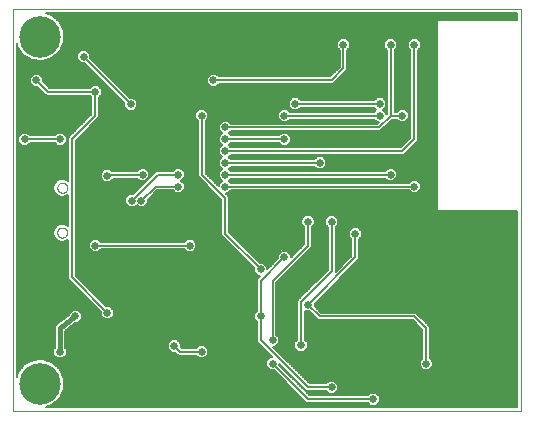
<source format=gbl>
G75*
%MOIN*%
%OFA0B0*%
%FSLAX25Y25*%
%IPPOS*%
%LPD*%
%AMOC8*
5,1,8,0,0,1.08239X$1,22.5*
%
%ADD10C,0.00000*%
%ADD11C,0.13843*%
%ADD12C,0.02578*%
%ADD13C,0.00800*%
%ADD14C,0.00600*%
%ADD15C,0.01600*%
D10*
X0001841Y0001300D02*
X0001841Y0135158D01*
X0171132Y0135158D01*
X0171132Y0001300D01*
X0001841Y0001300D01*
X0016703Y0060749D02*
X0016705Y0060830D01*
X0016711Y0060912D01*
X0016721Y0060993D01*
X0016735Y0061073D01*
X0016752Y0061152D01*
X0016774Y0061231D01*
X0016799Y0061308D01*
X0016828Y0061385D01*
X0016861Y0061459D01*
X0016898Y0061532D01*
X0016937Y0061603D01*
X0016981Y0061672D01*
X0017027Y0061739D01*
X0017077Y0061803D01*
X0017130Y0061865D01*
X0017186Y0061925D01*
X0017244Y0061981D01*
X0017306Y0062035D01*
X0017370Y0062086D01*
X0017436Y0062133D01*
X0017504Y0062177D01*
X0017575Y0062218D01*
X0017647Y0062255D01*
X0017722Y0062289D01*
X0017797Y0062319D01*
X0017875Y0062345D01*
X0017953Y0062368D01*
X0018032Y0062386D01*
X0018112Y0062401D01*
X0018193Y0062412D01*
X0018274Y0062419D01*
X0018356Y0062422D01*
X0018437Y0062421D01*
X0018518Y0062416D01*
X0018599Y0062407D01*
X0018680Y0062394D01*
X0018760Y0062377D01*
X0018838Y0062357D01*
X0018916Y0062332D01*
X0018993Y0062304D01*
X0019068Y0062272D01*
X0019141Y0062237D01*
X0019212Y0062198D01*
X0019282Y0062155D01*
X0019349Y0062110D01*
X0019415Y0062061D01*
X0019477Y0062009D01*
X0019537Y0061953D01*
X0019594Y0061895D01*
X0019649Y0061835D01*
X0019700Y0061771D01*
X0019748Y0061706D01*
X0019793Y0061638D01*
X0019835Y0061568D01*
X0019873Y0061496D01*
X0019908Y0061422D01*
X0019939Y0061347D01*
X0019966Y0061270D01*
X0019989Y0061192D01*
X0020009Y0061113D01*
X0020025Y0061033D01*
X0020037Y0060952D01*
X0020045Y0060871D01*
X0020049Y0060790D01*
X0020049Y0060708D01*
X0020045Y0060627D01*
X0020037Y0060546D01*
X0020025Y0060465D01*
X0020009Y0060385D01*
X0019989Y0060306D01*
X0019966Y0060228D01*
X0019939Y0060151D01*
X0019908Y0060076D01*
X0019873Y0060002D01*
X0019835Y0059930D01*
X0019793Y0059860D01*
X0019748Y0059792D01*
X0019700Y0059727D01*
X0019649Y0059663D01*
X0019594Y0059603D01*
X0019537Y0059545D01*
X0019477Y0059489D01*
X0019415Y0059437D01*
X0019349Y0059388D01*
X0019282Y0059343D01*
X0019213Y0059300D01*
X0019141Y0059261D01*
X0019068Y0059226D01*
X0018993Y0059194D01*
X0018916Y0059166D01*
X0018838Y0059141D01*
X0018760Y0059121D01*
X0018680Y0059104D01*
X0018599Y0059091D01*
X0018518Y0059082D01*
X0018437Y0059077D01*
X0018356Y0059076D01*
X0018274Y0059079D01*
X0018193Y0059086D01*
X0018112Y0059097D01*
X0018032Y0059112D01*
X0017953Y0059130D01*
X0017875Y0059153D01*
X0017797Y0059179D01*
X0017722Y0059209D01*
X0017647Y0059243D01*
X0017575Y0059280D01*
X0017504Y0059321D01*
X0017436Y0059365D01*
X0017370Y0059412D01*
X0017306Y0059463D01*
X0017244Y0059517D01*
X0017186Y0059573D01*
X0017130Y0059633D01*
X0017077Y0059695D01*
X0017027Y0059759D01*
X0016981Y0059826D01*
X0016937Y0059895D01*
X0016898Y0059966D01*
X0016861Y0060039D01*
X0016828Y0060113D01*
X0016799Y0060190D01*
X0016774Y0060267D01*
X0016752Y0060346D01*
X0016735Y0060425D01*
X0016721Y0060505D01*
X0016711Y0060586D01*
X0016705Y0060668D01*
X0016703Y0060749D01*
X0016703Y0075709D02*
X0016705Y0075790D01*
X0016711Y0075872D01*
X0016721Y0075953D01*
X0016735Y0076033D01*
X0016752Y0076112D01*
X0016774Y0076191D01*
X0016799Y0076268D01*
X0016828Y0076345D01*
X0016861Y0076419D01*
X0016898Y0076492D01*
X0016937Y0076563D01*
X0016981Y0076632D01*
X0017027Y0076699D01*
X0017077Y0076763D01*
X0017130Y0076825D01*
X0017186Y0076885D01*
X0017244Y0076941D01*
X0017306Y0076995D01*
X0017370Y0077046D01*
X0017436Y0077093D01*
X0017504Y0077137D01*
X0017575Y0077178D01*
X0017647Y0077215D01*
X0017722Y0077249D01*
X0017797Y0077279D01*
X0017875Y0077305D01*
X0017953Y0077328D01*
X0018032Y0077346D01*
X0018112Y0077361D01*
X0018193Y0077372D01*
X0018274Y0077379D01*
X0018356Y0077382D01*
X0018437Y0077381D01*
X0018518Y0077376D01*
X0018599Y0077367D01*
X0018680Y0077354D01*
X0018760Y0077337D01*
X0018838Y0077317D01*
X0018916Y0077292D01*
X0018993Y0077264D01*
X0019068Y0077232D01*
X0019141Y0077197D01*
X0019212Y0077158D01*
X0019282Y0077115D01*
X0019349Y0077070D01*
X0019415Y0077021D01*
X0019477Y0076969D01*
X0019537Y0076913D01*
X0019594Y0076855D01*
X0019649Y0076795D01*
X0019700Y0076731D01*
X0019748Y0076666D01*
X0019793Y0076598D01*
X0019835Y0076528D01*
X0019873Y0076456D01*
X0019908Y0076382D01*
X0019939Y0076307D01*
X0019966Y0076230D01*
X0019989Y0076152D01*
X0020009Y0076073D01*
X0020025Y0075993D01*
X0020037Y0075912D01*
X0020045Y0075831D01*
X0020049Y0075750D01*
X0020049Y0075668D01*
X0020045Y0075587D01*
X0020037Y0075506D01*
X0020025Y0075425D01*
X0020009Y0075345D01*
X0019989Y0075266D01*
X0019966Y0075188D01*
X0019939Y0075111D01*
X0019908Y0075036D01*
X0019873Y0074962D01*
X0019835Y0074890D01*
X0019793Y0074820D01*
X0019748Y0074752D01*
X0019700Y0074687D01*
X0019649Y0074623D01*
X0019594Y0074563D01*
X0019537Y0074505D01*
X0019477Y0074449D01*
X0019415Y0074397D01*
X0019349Y0074348D01*
X0019282Y0074303D01*
X0019213Y0074260D01*
X0019141Y0074221D01*
X0019068Y0074186D01*
X0018993Y0074154D01*
X0018916Y0074126D01*
X0018838Y0074101D01*
X0018760Y0074081D01*
X0018680Y0074064D01*
X0018599Y0074051D01*
X0018518Y0074042D01*
X0018437Y0074037D01*
X0018356Y0074036D01*
X0018274Y0074039D01*
X0018193Y0074046D01*
X0018112Y0074057D01*
X0018032Y0074072D01*
X0017953Y0074090D01*
X0017875Y0074113D01*
X0017797Y0074139D01*
X0017722Y0074169D01*
X0017647Y0074203D01*
X0017575Y0074240D01*
X0017504Y0074281D01*
X0017436Y0074325D01*
X0017370Y0074372D01*
X0017306Y0074423D01*
X0017244Y0074477D01*
X0017186Y0074533D01*
X0017130Y0074593D01*
X0017077Y0074655D01*
X0017027Y0074719D01*
X0016981Y0074786D01*
X0016937Y0074855D01*
X0016898Y0074926D01*
X0016861Y0074999D01*
X0016828Y0075073D01*
X0016799Y0075150D01*
X0016774Y0075227D01*
X0016752Y0075306D01*
X0016735Y0075385D01*
X0016721Y0075465D01*
X0016711Y0075546D01*
X0016705Y0075628D01*
X0016703Y0075709D01*
D11*
X0010896Y0126103D03*
X0010896Y0010355D03*
D12*
X0017589Y0020985D03*
X0022707Y0032796D03*
X0033380Y0034021D03*
X0045148Y0020985D03*
X0037274Y0017048D03*
X0055698Y0022954D03*
X0064833Y0020985D03*
X0080581Y0020985D03*
X0088455Y0017048D03*
X0097960Y0023291D03*
X0104203Y0020985D03*
X0108140Y0009174D03*
X0121919Y0005237D03*
X0139636Y0017048D03*
X0151447Y0032796D03*
X0147510Y0056418D03*
X0135699Y0076103D03*
X0127825Y0080040D03*
X0116014Y0091851D03*
X0124208Y0099725D03*
X0124208Y0103662D03*
X0131762Y0099725D03*
X0131762Y0115473D03*
X0135699Y0123347D03*
X0127825Y0123347D03*
X0112077Y0123347D03*
X0104203Y0107599D03*
X0096008Y0103662D03*
X0092392Y0099725D03*
X0092392Y0091851D03*
X0104203Y0083977D03*
X0100266Y0064372D03*
X0108140Y0064292D03*
X0112077Y0060355D03*
X0116014Y0060355D03*
X0104203Y0052481D03*
X0092392Y0052481D03*
X0084518Y0048544D03*
X0076644Y0044607D03*
X0064833Y0036733D03*
X0084518Y0032796D03*
X0088455Y0024922D03*
X0100266Y0036733D03*
X0084518Y0064292D03*
X0080581Y0064292D03*
X0072707Y0076103D03*
X0072707Y0080040D03*
X0072707Y0083977D03*
X0072707Y0087914D03*
X0072707Y0091851D03*
X0072707Y0095788D03*
X0064833Y0099725D03*
X0056959Y0103662D03*
X0049085Y0099725D03*
X0041211Y0103554D03*
X0041211Y0095788D03*
X0029400Y0107599D03*
X0025463Y0111536D03*
X0017589Y0111536D03*
X0009715Y0111536D03*
X0025463Y0119410D03*
X0033337Y0119410D03*
X0041211Y0119410D03*
X0056959Y0115473D03*
X0068770Y0111536D03*
X0056959Y0091851D03*
X0056959Y0080040D03*
X0056959Y0076103D03*
X0045148Y0080040D03*
X0044754Y0071379D03*
X0041576Y0071379D03*
X0033337Y0068229D03*
X0041211Y0060355D03*
X0029400Y0056418D03*
X0013652Y0064292D03*
X0033337Y0079765D03*
X0017589Y0091851D03*
X0005778Y0091851D03*
X0060896Y0056418D03*
X0068770Y0131221D03*
D13*
X0068770Y0111536D02*
X0108140Y0111536D01*
X0112077Y0115473D01*
X0112077Y0123347D01*
X0127825Y0123347D02*
X0127825Y0099725D01*
X0131762Y0099725D01*
X0127825Y0099725D02*
X0123888Y0095788D01*
X0072707Y0095788D01*
X0072707Y0091851D02*
X0092392Y0091851D01*
X0092392Y0099725D02*
X0124208Y0099725D01*
X0124208Y0103662D02*
X0096008Y0103662D01*
X0096329Y0103662D01*
X0072707Y0087914D02*
X0131762Y0087914D01*
X0135699Y0091851D01*
X0135699Y0123347D01*
X0104203Y0083977D02*
X0072707Y0083977D01*
X0072707Y0080040D02*
X0127825Y0080040D01*
X0135699Y0076103D02*
X0072707Y0076103D01*
X0072707Y0072166D02*
X0064833Y0080040D01*
X0064833Y0099725D01*
X0041211Y0103554D02*
X0025463Y0119302D01*
X0025463Y0119410D01*
X0029400Y0107599D02*
X0013652Y0107599D01*
X0009715Y0111536D01*
X0029400Y0107599D02*
X0029400Y0099725D01*
X0021526Y0091851D01*
X0021526Y0045876D01*
X0033380Y0034021D01*
X0055698Y0022954D02*
X0057667Y0020985D01*
X0064833Y0020985D01*
X0084518Y0024922D02*
X0100266Y0009174D01*
X0108140Y0009174D01*
X0100266Y0005237D02*
X0121919Y0005237D01*
X0139636Y0017048D02*
X0139636Y0028859D01*
X0135699Y0032796D01*
X0104203Y0032796D01*
X0100266Y0036733D01*
X0116014Y0052481D01*
X0116014Y0060355D01*
X0108140Y0064292D02*
X0108140Y0047844D01*
X0097977Y0037681D01*
X0097977Y0023420D01*
X0097904Y0023347D01*
X0097960Y0023291D01*
X0088455Y0024922D02*
X0088455Y0044607D01*
X0100266Y0056418D01*
X0100266Y0064372D01*
X0092392Y0052481D02*
X0084518Y0044607D01*
X0084518Y0032796D01*
X0084518Y0024922D01*
X0088455Y0017048D02*
X0100266Y0005237D01*
X0084518Y0048544D02*
X0072707Y0060355D01*
X0072707Y0072166D01*
X0056959Y0076103D02*
X0049478Y0076103D01*
X0044754Y0071379D01*
X0042465Y0072268D02*
X0042465Y0072327D01*
X0050178Y0080040D01*
X0056959Y0080040D01*
X0045148Y0080040D02*
X0033337Y0080040D01*
X0033337Y0079765D01*
X0041576Y0071379D02*
X0042465Y0072268D01*
X0029400Y0056418D02*
X0060896Y0056418D01*
X0017589Y0091851D02*
X0005778Y0091851D01*
D14*
X0007254Y0093471D02*
X0016112Y0093471D01*
X0015793Y0093151D02*
X0007573Y0093151D01*
X0006684Y0094040D01*
X0004871Y0094040D01*
X0003589Y0092758D01*
X0003589Y0090944D01*
X0004871Y0089662D01*
X0006684Y0089662D01*
X0007573Y0090551D01*
X0015793Y0090551D01*
X0016682Y0089662D01*
X0018495Y0089662D01*
X0019778Y0090944D01*
X0019778Y0092758D01*
X0018495Y0094040D01*
X0016682Y0094040D01*
X0015793Y0093151D01*
X0015866Y0090478D02*
X0007500Y0090478D01*
X0006902Y0089880D02*
X0016464Y0089880D01*
X0018713Y0089880D02*
X0020226Y0089880D01*
X0020226Y0090478D02*
X0019311Y0090478D01*
X0019778Y0091077D02*
X0020226Y0091077D01*
X0020226Y0091675D02*
X0019778Y0091675D01*
X0019778Y0092274D02*
X0020226Y0092274D01*
X0020226Y0092390D02*
X0020226Y0078065D01*
X0020060Y0078230D01*
X0018967Y0078683D01*
X0017785Y0078683D01*
X0016692Y0078230D01*
X0015855Y0077394D01*
X0015403Y0076301D01*
X0015403Y0075118D01*
X0015855Y0074025D01*
X0016692Y0073189D01*
X0017785Y0072736D01*
X0018967Y0072736D01*
X0020060Y0073189D01*
X0020226Y0073354D01*
X0020226Y0063104D01*
X0020060Y0063269D01*
X0018967Y0063722D01*
X0017785Y0063722D01*
X0016692Y0063269D01*
X0015855Y0062433D01*
X0015403Y0061340D01*
X0015403Y0060157D01*
X0015855Y0059065D01*
X0016692Y0058228D01*
X0017785Y0057776D01*
X0018967Y0057776D01*
X0020060Y0058228D01*
X0020226Y0058394D01*
X0020226Y0045337D01*
X0020987Y0044576D01*
X0031191Y0034371D01*
X0031191Y0033114D01*
X0032474Y0031832D01*
X0034287Y0031832D01*
X0035569Y0033114D01*
X0035569Y0034928D01*
X0034287Y0036210D01*
X0033030Y0036210D01*
X0022826Y0046414D01*
X0022826Y0091313D01*
X0030700Y0099187D01*
X0030700Y0105804D01*
X0031589Y0106693D01*
X0031589Y0108506D01*
X0030306Y0109788D01*
X0028493Y0109788D01*
X0027604Y0108899D01*
X0014190Y0108899D01*
X0011904Y0111186D01*
X0011904Y0112443D01*
X0010621Y0113725D01*
X0008808Y0113725D01*
X0007526Y0112443D01*
X0007526Y0110630D01*
X0008808Y0109347D01*
X0010065Y0109347D01*
X0012352Y0107061D01*
X0013113Y0106299D01*
X0027604Y0106299D01*
X0028100Y0105804D01*
X0028100Y0100264D01*
X0020987Y0093151D01*
X0020226Y0092390D01*
X0020708Y0092872D02*
X0019663Y0092872D01*
X0019065Y0093471D02*
X0021307Y0093471D01*
X0020987Y0093151D02*
X0020987Y0093151D01*
X0021905Y0094069D02*
X0003141Y0094069D01*
X0003141Y0093471D02*
X0004301Y0093471D01*
X0003703Y0092872D02*
X0003141Y0092872D01*
X0003141Y0092274D02*
X0003589Y0092274D01*
X0003589Y0091675D02*
X0003141Y0091675D01*
X0003141Y0091077D02*
X0003589Y0091077D01*
X0003141Y0090478D02*
X0004055Y0090478D01*
X0004653Y0089880D02*
X0003141Y0089880D01*
X0003141Y0089281D02*
X0020226Y0089281D01*
X0020226Y0088683D02*
X0003141Y0088683D01*
X0003141Y0088084D02*
X0020226Y0088084D01*
X0020226Y0087486D02*
X0003141Y0087486D01*
X0003141Y0086887D02*
X0020226Y0086887D01*
X0020226Y0086289D02*
X0003141Y0086289D01*
X0003141Y0085690D02*
X0020226Y0085690D01*
X0020226Y0085092D02*
X0003141Y0085092D01*
X0003141Y0084493D02*
X0020226Y0084493D01*
X0020226Y0083895D02*
X0003141Y0083895D01*
X0003141Y0083296D02*
X0020226Y0083296D01*
X0020226Y0082698D02*
X0003141Y0082698D01*
X0003141Y0082099D02*
X0020226Y0082099D01*
X0020226Y0081501D02*
X0003141Y0081501D01*
X0003141Y0080902D02*
X0020226Y0080902D01*
X0020226Y0080303D02*
X0003141Y0080303D01*
X0003141Y0079705D02*
X0020226Y0079705D01*
X0020226Y0079106D02*
X0003141Y0079106D01*
X0003141Y0078508D02*
X0017363Y0078508D01*
X0016371Y0077909D02*
X0003141Y0077909D01*
X0003141Y0077311D02*
X0015821Y0077311D01*
X0015573Y0076712D02*
X0003141Y0076712D01*
X0003141Y0076114D02*
X0015403Y0076114D01*
X0015403Y0075515D02*
X0003141Y0075515D01*
X0003141Y0074917D02*
X0015486Y0074917D01*
X0015734Y0074318D02*
X0003141Y0074318D01*
X0003141Y0073720D02*
X0016161Y0073720D01*
X0016855Y0073121D02*
X0003141Y0073121D01*
X0003141Y0072523D02*
X0020226Y0072523D01*
X0020226Y0073121D02*
X0019897Y0073121D01*
X0020226Y0071924D02*
X0003141Y0071924D01*
X0003141Y0071326D02*
X0020226Y0071326D01*
X0020226Y0070727D02*
X0003141Y0070727D01*
X0003141Y0070129D02*
X0020226Y0070129D01*
X0020226Y0069530D02*
X0003141Y0069530D01*
X0003141Y0068932D02*
X0020226Y0068932D01*
X0020226Y0068333D02*
X0003141Y0068333D01*
X0003141Y0067735D02*
X0020226Y0067735D01*
X0020226Y0067136D02*
X0003141Y0067136D01*
X0003141Y0066538D02*
X0020226Y0066538D01*
X0020226Y0065939D02*
X0003141Y0065939D01*
X0003141Y0065341D02*
X0020226Y0065341D01*
X0020226Y0064742D02*
X0003141Y0064742D01*
X0003141Y0064144D02*
X0020226Y0064144D01*
X0020226Y0063545D02*
X0019394Y0063545D01*
X0017358Y0063545D02*
X0003141Y0063545D01*
X0003141Y0062947D02*
X0016369Y0062947D01*
X0015820Y0062348D02*
X0003141Y0062348D01*
X0003141Y0061750D02*
X0015572Y0061750D01*
X0015403Y0061151D02*
X0003141Y0061151D01*
X0003141Y0060553D02*
X0015403Y0060553D01*
X0015487Y0059954D02*
X0003141Y0059954D01*
X0003141Y0059356D02*
X0015735Y0059356D01*
X0016163Y0058757D02*
X0003141Y0058757D01*
X0003141Y0058159D02*
X0016860Y0058159D01*
X0019892Y0058159D02*
X0020226Y0058159D01*
X0020226Y0057560D02*
X0003141Y0057560D01*
X0003141Y0056962D02*
X0020226Y0056962D01*
X0020226Y0056363D02*
X0003141Y0056363D01*
X0003141Y0055765D02*
X0020226Y0055765D01*
X0020226Y0055166D02*
X0003141Y0055166D01*
X0003141Y0054568D02*
X0020226Y0054568D01*
X0020226Y0053969D02*
X0003141Y0053969D01*
X0003141Y0053370D02*
X0020226Y0053370D01*
X0020226Y0052772D02*
X0003141Y0052772D01*
X0003141Y0052173D02*
X0020226Y0052173D01*
X0020226Y0051575D02*
X0003141Y0051575D01*
X0003141Y0050976D02*
X0020226Y0050976D01*
X0020226Y0050378D02*
X0003141Y0050378D01*
X0003141Y0049779D02*
X0020226Y0049779D01*
X0020226Y0049181D02*
X0003141Y0049181D01*
X0003141Y0048582D02*
X0020226Y0048582D01*
X0020226Y0047984D02*
X0003141Y0047984D01*
X0003141Y0047385D02*
X0020226Y0047385D01*
X0020226Y0046787D02*
X0003141Y0046787D01*
X0003141Y0046188D02*
X0020226Y0046188D01*
X0020226Y0045590D02*
X0003141Y0045590D01*
X0003141Y0044991D02*
X0020571Y0044991D01*
X0021170Y0044393D02*
X0003141Y0044393D01*
X0003141Y0043794D02*
X0021768Y0043794D01*
X0022367Y0043196D02*
X0003141Y0043196D01*
X0003141Y0042597D02*
X0022966Y0042597D01*
X0023564Y0041999D02*
X0003141Y0041999D01*
X0003141Y0041400D02*
X0024163Y0041400D01*
X0024761Y0040802D02*
X0003141Y0040802D01*
X0003141Y0040203D02*
X0025360Y0040203D01*
X0025958Y0039605D02*
X0003141Y0039605D01*
X0003141Y0039006D02*
X0026557Y0039006D01*
X0027155Y0038408D02*
X0003141Y0038408D01*
X0003141Y0037809D02*
X0027754Y0037809D01*
X0028352Y0037211D02*
X0003141Y0037211D01*
X0003141Y0036612D02*
X0028951Y0036612D01*
X0029549Y0036014D02*
X0003141Y0036014D01*
X0003141Y0035415D02*
X0030148Y0035415D01*
X0030746Y0034817D02*
X0023782Y0034817D01*
X0023613Y0034985D02*
X0021800Y0034985D01*
X0020518Y0033703D01*
X0020518Y0033257D01*
X0017010Y0030559D01*
X0016884Y0030559D01*
X0016465Y0030139D01*
X0015994Y0029777D01*
X0015978Y0029652D01*
X0015889Y0029563D01*
X0015889Y0028969D01*
X0015812Y0028381D01*
X0015889Y0028281D01*
X0015889Y0022381D01*
X0015400Y0021892D01*
X0015400Y0020078D01*
X0016682Y0018796D01*
X0018495Y0018796D01*
X0019778Y0020078D01*
X0019778Y0021892D01*
X0019289Y0022381D01*
X0019289Y0028022D01*
X0022649Y0030607D01*
X0023613Y0030607D01*
X0024896Y0031889D01*
X0024896Y0033703D01*
X0023613Y0034985D01*
X0024380Y0034218D02*
X0031191Y0034218D01*
X0031191Y0033620D02*
X0024896Y0033620D01*
X0024896Y0033021D02*
X0031284Y0033021D01*
X0031883Y0032423D02*
X0024896Y0032423D01*
X0024830Y0031824D02*
X0082394Y0031824D01*
X0082329Y0031889D02*
X0083218Y0031000D01*
X0083218Y0024384D01*
X0088364Y0019237D01*
X0087548Y0019237D01*
X0086266Y0017955D01*
X0086266Y0016141D01*
X0087548Y0014859D01*
X0088805Y0014859D01*
X0098966Y0004699D01*
X0099727Y0003937D01*
X0120124Y0003937D01*
X0121013Y0003048D01*
X0122826Y0003048D01*
X0124108Y0004330D01*
X0124108Y0006144D01*
X0122826Y0007426D01*
X0121013Y0007426D01*
X0120124Y0006537D01*
X0100804Y0006537D01*
X0090644Y0016698D01*
X0090644Y0016958D01*
X0098966Y0008636D01*
X0099727Y0007874D01*
X0106344Y0007874D01*
X0107233Y0006985D01*
X0109046Y0006985D01*
X0110329Y0008267D01*
X0110329Y0010081D01*
X0109046Y0011363D01*
X0107233Y0011363D01*
X0106344Y0010474D01*
X0100804Y0010474D01*
X0088545Y0022733D01*
X0089361Y0022733D01*
X0090644Y0024015D01*
X0090644Y0025829D01*
X0089755Y0026718D01*
X0089755Y0044069D01*
X0101566Y0055880D01*
X0101566Y0062576D01*
X0102455Y0063465D01*
X0102455Y0065278D01*
X0101172Y0066561D01*
X0099359Y0066561D01*
X0098077Y0065278D01*
X0098077Y0063465D01*
X0098966Y0062576D01*
X0098966Y0056957D01*
X0094581Y0052572D01*
X0094581Y0053388D01*
X0093298Y0054670D01*
X0091485Y0054670D01*
X0090203Y0053388D01*
X0090203Y0052131D01*
X0086707Y0048635D01*
X0086707Y0049451D01*
X0085424Y0050733D01*
X0084167Y0050733D01*
X0074007Y0060894D01*
X0074007Y0072705D01*
X0072797Y0073914D01*
X0073613Y0073914D01*
X0074502Y0074803D01*
X0133903Y0074803D01*
X0134792Y0073914D01*
X0136606Y0073914D01*
X0137888Y0075196D01*
X0137888Y0077010D01*
X0136606Y0078292D01*
X0134792Y0078292D01*
X0133903Y0077403D01*
X0074502Y0077403D01*
X0073834Y0078072D01*
X0074502Y0078740D01*
X0126029Y0078740D01*
X0126918Y0077851D01*
X0128731Y0077851D01*
X0130014Y0079133D01*
X0130014Y0080947D01*
X0128731Y0082229D01*
X0126918Y0082229D01*
X0126029Y0081340D01*
X0074502Y0081340D01*
X0073834Y0082009D01*
X0074502Y0082677D01*
X0102407Y0082677D01*
X0103296Y0081788D01*
X0105109Y0081788D01*
X0106392Y0083070D01*
X0106392Y0084884D01*
X0105109Y0086166D01*
X0103296Y0086166D01*
X0102407Y0085277D01*
X0074502Y0085277D01*
X0073834Y0085946D01*
X0074502Y0086614D01*
X0132300Y0086614D01*
X0136999Y0091313D01*
X0136999Y0121552D01*
X0137888Y0122441D01*
X0137888Y0124254D01*
X0136606Y0125536D01*
X0134792Y0125536D01*
X0133510Y0124254D01*
X0133510Y0122441D01*
X0134399Y0121552D01*
X0134399Y0092390D01*
X0131223Y0089214D01*
X0074502Y0089214D01*
X0073834Y0089883D01*
X0074502Y0090551D01*
X0090596Y0090551D01*
X0091485Y0089662D01*
X0093298Y0089662D01*
X0094581Y0090944D01*
X0094581Y0092758D01*
X0093298Y0094040D01*
X0091485Y0094040D01*
X0090596Y0093151D01*
X0074502Y0093151D01*
X0073834Y0093820D01*
X0074502Y0094488D01*
X0124426Y0094488D01*
X0128363Y0098425D01*
X0129966Y0098425D01*
X0130855Y0097536D01*
X0132669Y0097536D01*
X0133951Y0098818D01*
X0133951Y0100632D01*
X0132669Y0101914D01*
X0130855Y0101914D01*
X0129966Y0101025D01*
X0129125Y0101025D01*
X0129125Y0121552D01*
X0130014Y0122441D01*
X0130014Y0124254D01*
X0128731Y0125536D01*
X0126918Y0125536D01*
X0125636Y0124254D01*
X0125636Y0122441D01*
X0126525Y0121552D01*
X0126525Y0100264D01*
X0126397Y0100136D01*
X0126397Y0100632D01*
X0125335Y0101694D01*
X0126397Y0102755D01*
X0126397Y0104569D01*
X0125115Y0105851D01*
X0123302Y0105851D01*
X0122413Y0104962D01*
X0097804Y0104962D01*
X0096915Y0105851D01*
X0095102Y0105851D01*
X0093819Y0104569D01*
X0093819Y0102755D01*
X0095102Y0101473D01*
X0096915Y0101473D01*
X0097804Y0102362D01*
X0122413Y0102362D01*
X0123081Y0101694D01*
X0122413Y0101025D01*
X0094187Y0101025D01*
X0093298Y0101914D01*
X0091485Y0101914D01*
X0090203Y0100632D01*
X0090203Y0098818D01*
X0091485Y0097536D01*
X0093298Y0097536D01*
X0094187Y0098425D01*
X0122413Y0098425D01*
X0123302Y0097536D01*
X0123797Y0097536D01*
X0123349Y0097088D01*
X0074502Y0097088D01*
X0073613Y0097977D01*
X0071800Y0097977D01*
X0070518Y0096695D01*
X0070518Y0094881D01*
X0071580Y0093820D01*
X0070518Y0092758D01*
X0070518Y0090944D01*
X0071580Y0089883D01*
X0070518Y0088821D01*
X0070518Y0087007D01*
X0071580Y0085946D01*
X0070518Y0084884D01*
X0070518Y0083070D01*
X0071580Y0082009D01*
X0070518Y0080947D01*
X0070518Y0079133D01*
X0071580Y0078072D01*
X0070518Y0077010D01*
X0070518Y0076194D01*
X0066133Y0080579D01*
X0066133Y0097930D01*
X0067022Y0098818D01*
X0067022Y0100632D01*
X0065739Y0101914D01*
X0063926Y0101914D01*
X0062644Y0100632D01*
X0062644Y0098818D01*
X0063533Y0097930D01*
X0063533Y0079502D01*
X0071407Y0071628D01*
X0071407Y0059817D01*
X0082329Y0048895D01*
X0082329Y0047637D01*
X0083611Y0046355D01*
X0084427Y0046355D01*
X0083979Y0045907D01*
X0083218Y0045146D01*
X0083218Y0034592D01*
X0082329Y0033703D01*
X0082329Y0031889D01*
X0082329Y0032423D02*
X0034878Y0032423D01*
X0035476Y0033021D02*
X0082329Y0033021D01*
X0082329Y0033620D02*
X0035569Y0033620D01*
X0035569Y0034218D02*
X0082844Y0034218D01*
X0083218Y0034817D02*
X0035569Y0034817D01*
X0035082Y0035415D02*
X0083218Y0035415D01*
X0083218Y0036014D02*
X0034483Y0036014D01*
X0032628Y0036612D02*
X0083218Y0036612D01*
X0083218Y0037211D02*
X0032029Y0037211D01*
X0031431Y0037809D02*
X0083218Y0037809D01*
X0083218Y0038408D02*
X0030832Y0038408D01*
X0030234Y0039006D02*
X0083218Y0039006D01*
X0083218Y0039605D02*
X0029635Y0039605D01*
X0029037Y0040203D02*
X0083218Y0040203D01*
X0083218Y0040802D02*
X0028438Y0040802D01*
X0027839Y0041400D02*
X0083218Y0041400D01*
X0083218Y0041999D02*
X0027241Y0041999D01*
X0026642Y0042597D02*
X0083218Y0042597D01*
X0083218Y0043196D02*
X0026044Y0043196D01*
X0025445Y0043794D02*
X0083218Y0043794D01*
X0083218Y0044393D02*
X0024847Y0044393D01*
X0024248Y0044991D02*
X0083218Y0044991D01*
X0083662Y0045590D02*
X0023650Y0045590D01*
X0023051Y0046188D02*
X0084261Y0046188D01*
X0083179Y0046787D02*
X0022826Y0046787D01*
X0022826Y0047385D02*
X0082581Y0047385D01*
X0082329Y0047984D02*
X0022826Y0047984D01*
X0022826Y0048582D02*
X0082329Y0048582D01*
X0082042Y0049181D02*
X0022826Y0049181D01*
X0022826Y0049779D02*
X0081444Y0049779D01*
X0080845Y0050378D02*
X0022826Y0050378D01*
X0022826Y0050976D02*
X0080247Y0050976D01*
X0079648Y0051575D02*
X0022826Y0051575D01*
X0022826Y0052173D02*
X0079050Y0052173D01*
X0078451Y0052772D02*
X0022826Y0052772D01*
X0022826Y0053370D02*
X0077853Y0053370D01*
X0077254Y0053969D02*
X0022826Y0053969D01*
X0022826Y0054568D02*
X0028155Y0054568D01*
X0028493Y0054229D02*
X0030306Y0054229D01*
X0031195Y0055118D01*
X0059100Y0055118D01*
X0059989Y0054229D01*
X0061802Y0054229D01*
X0063085Y0055511D01*
X0063085Y0057325D01*
X0061802Y0058607D01*
X0059989Y0058607D01*
X0059100Y0057718D01*
X0031195Y0057718D01*
X0030306Y0058607D01*
X0028493Y0058607D01*
X0027211Y0057325D01*
X0027211Y0055511D01*
X0028493Y0054229D01*
X0027556Y0055166D02*
X0022826Y0055166D01*
X0022826Y0055765D02*
X0027211Y0055765D01*
X0027211Y0056363D02*
X0022826Y0056363D01*
X0022826Y0056962D02*
X0027211Y0056962D01*
X0027446Y0057560D02*
X0022826Y0057560D01*
X0022826Y0058159D02*
X0028044Y0058159D01*
X0030755Y0058159D02*
X0059540Y0058159D01*
X0062251Y0058159D02*
X0073065Y0058159D01*
X0072466Y0058757D02*
X0022826Y0058757D01*
X0022826Y0059356D02*
X0071868Y0059356D01*
X0071407Y0059954D02*
X0022826Y0059954D01*
X0022826Y0060553D02*
X0071407Y0060553D01*
X0071407Y0061151D02*
X0022826Y0061151D01*
X0022826Y0061750D02*
X0071407Y0061750D01*
X0071407Y0062348D02*
X0022826Y0062348D01*
X0022826Y0062947D02*
X0071407Y0062947D01*
X0071407Y0063545D02*
X0022826Y0063545D01*
X0022826Y0064144D02*
X0071407Y0064144D01*
X0071407Y0064742D02*
X0022826Y0064742D01*
X0022826Y0065341D02*
X0071407Y0065341D01*
X0071407Y0065939D02*
X0022826Y0065939D01*
X0022826Y0066538D02*
X0071407Y0066538D01*
X0071407Y0067136D02*
X0022826Y0067136D01*
X0022826Y0067735D02*
X0071407Y0067735D01*
X0071407Y0068333D02*
X0022826Y0068333D01*
X0022826Y0068932D02*
X0071407Y0068932D01*
X0071407Y0069530D02*
X0046001Y0069530D01*
X0045661Y0069190D02*
X0046943Y0070472D01*
X0046943Y0071729D01*
X0050017Y0074803D01*
X0055163Y0074803D01*
X0056052Y0073914D01*
X0057865Y0073914D01*
X0059148Y0075196D01*
X0059148Y0077010D01*
X0058086Y0078072D01*
X0059148Y0079133D01*
X0059148Y0080947D01*
X0057865Y0082229D01*
X0056052Y0082229D01*
X0055163Y0081340D01*
X0049640Y0081340D01*
X0048878Y0080579D01*
X0041867Y0073568D01*
X0040669Y0073568D01*
X0039387Y0072285D01*
X0039387Y0070472D01*
X0040669Y0069190D01*
X0042483Y0069190D01*
X0043165Y0069872D01*
X0043847Y0069190D01*
X0045661Y0069190D01*
X0046600Y0070129D02*
X0071407Y0070129D01*
X0071407Y0070727D02*
X0046943Y0070727D01*
X0046943Y0071326D02*
X0071407Y0071326D01*
X0071110Y0071924D02*
X0047138Y0071924D01*
X0047737Y0072523D02*
X0070512Y0072523D01*
X0069913Y0073121D02*
X0048335Y0073121D01*
X0048934Y0073720D02*
X0069314Y0073720D01*
X0068716Y0074318D02*
X0058270Y0074318D01*
X0058868Y0074917D02*
X0068117Y0074917D01*
X0067519Y0075515D02*
X0059148Y0075515D01*
X0059148Y0076114D02*
X0066920Y0076114D01*
X0066322Y0076712D02*
X0059148Y0076712D01*
X0058847Y0077311D02*
X0065723Y0077311D01*
X0065125Y0077909D02*
X0058248Y0077909D01*
X0058522Y0078508D02*
X0064526Y0078508D01*
X0063928Y0079106D02*
X0059121Y0079106D01*
X0059148Y0079705D02*
X0063533Y0079705D01*
X0063533Y0080303D02*
X0059148Y0080303D01*
X0059148Y0080902D02*
X0063533Y0080902D01*
X0063533Y0081501D02*
X0058594Y0081501D01*
X0057995Y0082099D02*
X0063533Y0082099D01*
X0063533Y0082698D02*
X0022826Y0082698D01*
X0022826Y0083296D02*
X0063533Y0083296D01*
X0063533Y0083895D02*
X0022826Y0083895D01*
X0022826Y0084493D02*
X0063533Y0084493D01*
X0063533Y0085092D02*
X0022826Y0085092D01*
X0022826Y0085690D02*
X0063533Y0085690D01*
X0063533Y0086289D02*
X0022826Y0086289D01*
X0022826Y0086887D02*
X0063533Y0086887D01*
X0063533Y0087486D02*
X0022826Y0087486D01*
X0022826Y0088084D02*
X0063533Y0088084D01*
X0063533Y0088683D02*
X0022826Y0088683D01*
X0022826Y0089281D02*
X0063533Y0089281D01*
X0063533Y0089880D02*
X0022826Y0089880D01*
X0022826Y0090478D02*
X0063533Y0090478D01*
X0063533Y0091077D02*
X0022826Y0091077D01*
X0023188Y0091675D02*
X0063533Y0091675D01*
X0063533Y0092274D02*
X0023787Y0092274D01*
X0024385Y0092872D02*
X0063533Y0092872D01*
X0063533Y0093471D02*
X0024984Y0093471D01*
X0025582Y0094069D02*
X0063533Y0094069D01*
X0063533Y0094668D02*
X0026181Y0094668D01*
X0026779Y0095266D02*
X0063533Y0095266D01*
X0063533Y0095865D02*
X0027378Y0095865D01*
X0027976Y0096463D02*
X0063533Y0096463D01*
X0063533Y0097062D02*
X0028575Y0097062D01*
X0029173Y0097660D02*
X0063533Y0097660D01*
X0063203Y0098259D02*
X0029772Y0098259D01*
X0030370Y0098857D02*
X0062644Y0098857D01*
X0062644Y0099456D02*
X0030700Y0099456D01*
X0030700Y0100054D02*
X0062644Y0100054D01*
X0062665Y0100653D02*
X0030700Y0100653D01*
X0030700Y0101251D02*
X0063263Y0101251D01*
X0063862Y0101850D02*
X0042602Y0101850D01*
X0042117Y0101365D02*
X0043400Y0102648D01*
X0043400Y0104461D01*
X0042117Y0105743D01*
X0040860Y0105743D01*
X0027652Y0118952D01*
X0027652Y0120317D01*
X0026369Y0121599D01*
X0024556Y0121599D01*
X0023274Y0120317D01*
X0023274Y0118504D01*
X0024556Y0117221D01*
X0025705Y0117221D01*
X0039022Y0103905D01*
X0039022Y0102648D01*
X0040304Y0101365D01*
X0042117Y0101365D01*
X0043200Y0102448D02*
X0094126Y0102448D01*
X0093819Y0103047D02*
X0043400Y0103047D01*
X0043400Y0103645D02*
X0093819Y0103645D01*
X0093819Y0104244D02*
X0043400Y0104244D01*
X0043018Y0104842D02*
X0094093Y0104842D01*
X0094691Y0105441D02*
X0042420Y0105441D01*
X0040564Y0106039D02*
X0126525Y0106039D01*
X0126525Y0105441D02*
X0125525Y0105441D01*
X0126124Y0104842D02*
X0126525Y0104842D01*
X0126525Y0104244D02*
X0126397Y0104244D01*
X0126397Y0103645D02*
X0126525Y0103645D01*
X0126525Y0103047D02*
X0126397Y0103047D01*
X0126525Y0102448D02*
X0126090Y0102448D01*
X0126525Y0101850D02*
X0125492Y0101850D01*
X0125778Y0101251D02*
X0126525Y0101251D01*
X0126525Y0100653D02*
X0126376Y0100653D01*
X0129125Y0101251D02*
X0130192Y0101251D01*
X0130791Y0101850D02*
X0129125Y0101850D01*
X0129125Y0102448D02*
X0134399Y0102448D01*
X0134399Y0101850D02*
X0132733Y0101850D01*
X0133331Y0101251D02*
X0134399Y0101251D01*
X0134399Y0100653D02*
X0133930Y0100653D01*
X0133951Y0100054D02*
X0134399Y0100054D01*
X0134399Y0099456D02*
X0133951Y0099456D01*
X0133951Y0098857D02*
X0134399Y0098857D01*
X0134399Y0098259D02*
X0133391Y0098259D01*
X0132793Y0097660D02*
X0134399Y0097660D01*
X0134399Y0097062D02*
X0127000Y0097062D01*
X0127598Y0097660D02*
X0130731Y0097660D01*
X0130132Y0098259D02*
X0128197Y0098259D01*
X0126401Y0096463D02*
X0134399Y0096463D01*
X0134399Y0095865D02*
X0125803Y0095865D01*
X0125204Y0095266D02*
X0134399Y0095266D01*
X0134399Y0094668D02*
X0124606Y0094668D01*
X0123177Y0097660D02*
X0093423Y0097660D01*
X0094021Y0098259D02*
X0122579Y0098259D01*
X0122639Y0101251D02*
X0093961Y0101251D01*
X0093363Y0101850D02*
X0094725Y0101850D01*
X0091421Y0101850D02*
X0065804Y0101850D01*
X0066402Y0101251D02*
X0090822Y0101251D01*
X0090224Y0100653D02*
X0067001Y0100653D01*
X0067022Y0100054D02*
X0090203Y0100054D01*
X0090203Y0099456D02*
X0067022Y0099456D01*
X0067022Y0098857D02*
X0090203Y0098857D01*
X0090762Y0098259D02*
X0066462Y0098259D01*
X0066133Y0097660D02*
X0071483Y0097660D01*
X0070885Y0097062D02*
X0066133Y0097062D01*
X0066133Y0096463D02*
X0070518Y0096463D01*
X0070518Y0095865D02*
X0066133Y0095865D01*
X0066133Y0095266D02*
X0070518Y0095266D01*
X0070731Y0094668D02*
X0066133Y0094668D01*
X0066133Y0094069D02*
X0071330Y0094069D01*
X0071231Y0093471D02*
X0066133Y0093471D01*
X0066133Y0092872D02*
X0070632Y0092872D01*
X0070518Y0092274D02*
X0066133Y0092274D01*
X0066133Y0091675D02*
X0070518Y0091675D01*
X0070518Y0091077D02*
X0066133Y0091077D01*
X0066133Y0090478D02*
X0070984Y0090478D01*
X0071577Y0089880D02*
X0066133Y0089880D01*
X0066133Y0089281D02*
X0070978Y0089281D01*
X0070518Y0088683D02*
X0066133Y0088683D01*
X0066133Y0088084D02*
X0070518Y0088084D01*
X0070518Y0087486D02*
X0066133Y0087486D01*
X0066133Y0086887D02*
X0070638Y0086887D01*
X0071237Y0086289D02*
X0066133Y0086289D01*
X0066133Y0085690D02*
X0071324Y0085690D01*
X0070725Y0085092D02*
X0066133Y0085092D01*
X0066133Y0084493D02*
X0070518Y0084493D01*
X0070518Y0083895D02*
X0066133Y0083895D01*
X0066133Y0083296D02*
X0070518Y0083296D01*
X0070891Y0082698D02*
X0066133Y0082698D01*
X0066133Y0082099D02*
X0071489Y0082099D01*
X0071071Y0081501D02*
X0066133Y0081501D01*
X0066133Y0080902D02*
X0070518Y0080902D01*
X0070518Y0080303D02*
X0066408Y0080303D01*
X0067006Y0079705D02*
X0070518Y0079705D01*
X0070545Y0079106D02*
X0067605Y0079106D01*
X0068203Y0078508D02*
X0071143Y0078508D01*
X0071417Y0077909D02*
X0068802Y0077909D01*
X0069400Y0077311D02*
X0070819Y0077311D01*
X0070518Y0076712D02*
X0069999Y0076712D01*
X0073996Y0077909D02*
X0126860Y0077909D01*
X0126261Y0078508D02*
X0074270Y0078508D01*
X0074342Y0081501D02*
X0126189Y0081501D01*
X0126788Y0082099D02*
X0105420Y0082099D01*
X0106019Y0082698D02*
X0143273Y0082698D01*
X0143273Y0083296D02*
X0106392Y0083296D01*
X0106392Y0083895D02*
X0143273Y0083895D01*
X0143273Y0084493D02*
X0106392Y0084493D01*
X0106184Y0085092D02*
X0143273Y0085092D01*
X0143273Y0085690D02*
X0105585Y0085690D01*
X0102820Y0085690D02*
X0074089Y0085690D01*
X0074177Y0086289D02*
X0143273Y0086289D01*
X0143273Y0086887D02*
X0132573Y0086887D01*
X0133172Y0087486D02*
X0143273Y0087486D01*
X0143273Y0088084D02*
X0133770Y0088084D01*
X0134369Y0088683D02*
X0143273Y0088683D01*
X0143273Y0089281D02*
X0134967Y0089281D01*
X0135566Y0089880D02*
X0143273Y0089880D01*
X0143273Y0090478D02*
X0136164Y0090478D01*
X0136763Y0091077D02*
X0143273Y0091077D01*
X0143273Y0091675D02*
X0136999Y0091675D01*
X0136999Y0092274D02*
X0143273Y0092274D01*
X0143273Y0092872D02*
X0136999Y0092872D01*
X0136999Y0093471D02*
X0143273Y0093471D01*
X0143273Y0094069D02*
X0136999Y0094069D01*
X0136999Y0094668D02*
X0143273Y0094668D01*
X0143273Y0095266D02*
X0136999Y0095266D01*
X0136999Y0095865D02*
X0143273Y0095865D01*
X0143273Y0096463D02*
X0136999Y0096463D01*
X0136999Y0097062D02*
X0143273Y0097062D01*
X0143273Y0097660D02*
X0136999Y0097660D01*
X0136999Y0098259D02*
X0143273Y0098259D01*
X0143273Y0098857D02*
X0136999Y0098857D01*
X0136999Y0099456D02*
X0143273Y0099456D01*
X0143273Y0100054D02*
X0136999Y0100054D01*
X0136999Y0100653D02*
X0143273Y0100653D01*
X0143273Y0101251D02*
X0136999Y0101251D01*
X0136999Y0101850D02*
X0143273Y0101850D01*
X0143273Y0102448D02*
X0136999Y0102448D01*
X0136999Y0103047D02*
X0143273Y0103047D01*
X0143273Y0103645D02*
X0136999Y0103645D01*
X0136999Y0104244D02*
X0143273Y0104244D01*
X0143273Y0104842D02*
X0136999Y0104842D01*
X0136999Y0105441D02*
X0143273Y0105441D01*
X0143273Y0106039D02*
X0136999Y0106039D01*
X0136999Y0106638D02*
X0143273Y0106638D01*
X0143273Y0107237D02*
X0136999Y0107237D01*
X0136999Y0107835D02*
X0143273Y0107835D01*
X0143273Y0108434D02*
X0136999Y0108434D01*
X0136999Y0109032D02*
X0143273Y0109032D01*
X0143273Y0109631D02*
X0136999Y0109631D01*
X0136999Y0110229D02*
X0143273Y0110229D01*
X0143273Y0110828D02*
X0136999Y0110828D01*
X0136999Y0111426D02*
X0143273Y0111426D01*
X0143273Y0112025D02*
X0136999Y0112025D01*
X0136999Y0112623D02*
X0143273Y0112623D01*
X0143273Y0113222D02*
X0136999Y0113222D01*
X0136999Y0113820D02*
X0143273Y0113820D01*
X0143273Y0114419D02*
X0136999Y0114419D01*
X0136999Y0115017D02*
X0143273Y0115017D01*
X0143273Y0115616D02*
X0136999Y0115616D01*
X0136999Y0116214D02*
X0143273Y0116214D01*
X0143273Y0116813D02*
X0136999Y0116813D01*
X0136999Y0117411D02*
X0143273Y0117411D01*
X0143273Y0118010D02*
X0136999Y0118010D01*
X0136999Y0118608D02*
X0143273Y0118608D01*
X0143273Y0119207D02*
X0136999Y0119207D01*
X0136999Y0119805D02*
X0143273Y0119805D01*
X0143273Y0120404D02*
X0136999Y0120404D01*
X0136999Y0121002D02*
X0143273Y0121002D01*
X0143273Y0121601D02*
X0137048Y0121601D01*
X0137647Y0122199D02*
X0143273Y0122199D01*
X0143273Y0122798D02*
X0137888Y0122798D01*
X0137888Y0123396D02*
X0143273Y0123396D01*
X0143273Y0123995D02*
X0137888Y0123995D01*
X0137548Y0124593D02*
X0143273Y0124593D01*
X0143273Y0125192D02*
X0136950Y0125192D01*
X0134448Y0125192D02*
X0129076Y0125192D01*
X0129674Y0124593D02*
X0133849Y0124593D01*
X0133510Y0123995D02*
X0130014Y0123995D01*
X0130014Y0123396D02*
X0133510Y0123396D01*
X0133510Y0122798D02*
X0130014Y0122798D01*
X0129773Y0122199D02*
X0133751Y0122199D01*
X0134350Y0121601D02*
X0129174Y0121601D01*
X0129125Y0121002D02*
X0134399Y0121002D01*
X0134399Y0120404D02*
X0129125Y0120404D01*
X0129125Y0119805D02*
X0134399Y0119805D01*
X0134399Y0119207D02*
X0129125Y0119207D01*
X0129125Y0118608D02*
X0134399Y0118608D01*
X0134399Y0118010D02*
X0129125Y0118010D01*
X0129125Y0117411D02*
X0134399Y0117411D01*
X0134399Y0116813D02*
X0129125Y0116813D01*
X0129125Y0116214D02*
X0134399Y0116214D01*
X0134399Y0115616D02*
X0129125Y0115616D01*
X0129125Y0115017D02*
X0134399Y0115017D01*
X0134399Y0114419D02*
X0129125Y0114419D01*
X0129125Y0113820D02*
X0134399Y0113820D01*
X0134399Y0113222D02*
X0129125Y0113222D01*
X0129125Y0112623D02*
X0134399Y0112623D01*
X0134399Y0112025D02*
X0129125Y0112025D01*
X0129125Y0111426D02*
X0134399Y0111426D01*
X0134399Y0110828D02*
X0129125Y0110828D01*
X0129125Y0110229D02*
X0134399Y0110229D01*
X0134399Y0109631D02*
X0129125Y0109631D01*
X0129125Y0109032D02*
X0134399Y0109032D01*
X0134399Y0108434D02*
X0129125Y0108434D01*
X0129125Y0107835D02*
X0134399Y0107835D01*
X0134399Y0107237D02*
X0129125Y0107237D01*
X0129125Y0106638D02*
X0134399Y0106638D01*
X0134399Y0106039D02*
X0129125Y0106039D01*
X0129125Y0105441D02*
X0134399Y0105441D01*
X0134399Y0104842D02*
X0129125Y0104842D01*
X0129125Y0104244D02*
X0134399Y0104244D01*
X0134399Y0103645D02*
X0129125Y0103645D01*
X0129125Y0103047D02*
X0134399Y0103047D01*
X0126525Y0106638D02*
X0039965Y0106638D01*
X0039367Y0107237D02*
X0126525Y0107237D01*
X0126525Y0107835D02*
X0038768Y0107835D01*
X0038170Y0108434D02*
X0126525Y0108434D01*
X0126525Y0109032D02*
X0037571Y0109032D01*
X0036973Y0109631D02*
X0067580Y0109631D01*
X0067863Y0109347D02*
X0069676Y0109347D01*
X0070565Y0110236D01*
X0108678Y0110236D01*
X0112615Y0114173D01*
X0113377Y0114935D01*
X0113377Y0121552D01*
X0114266Y0122441D01*
X0114266Y0124254D01*
X0112983Y0125536D01*
X0111170Y0125536D01*
X0109888Y0124254D01*
X0109888Y0122441D01*
X0110777Y0121552D01*
X0110777Y0116012D01*
X0107601Y0112836D01*
X0070565Y0112836D01*
X0069676Y0113725D01*
X0067863Y0113725D01*
X0066581Y0112443D01*
X0066581Y0110630D01*
X0067863Y0109347D01*
X0066981Y0110229D02*
X0036374Y0110229D01*
X0035776Y0110828D02*
X0066581Y0110828D01*
X0066581Y0111426D02*
X0035177Y0111426D01*
X0034579Y0112025D02*
X0066581Y0112025D01*
X0066761Y0112623D02*
X0033980Y0112623D01*
X0033382Y0113222D02*
X0067359Y0113222D01*
X0070180Y0113222D02*
X0107987Y0113222D01*
X0108585Y0113820D02*
X0032783Y0113820D01*
X0032185Y0114419D02*
X0109184Y0114419D01*
X0109782Y0115017D02*
X0031586Y0115017D01*
X0030988Y0115616D02*
X0110381Y0115616D01*
X0110777Y0116214D02*
X0030389Y0116214D01*
X0029791Y0116813D02*
X0110777Y0116813D01*
X0110777Y0117411D02*
X0029192Y0117411D01*
X0028594Y0118010D02*
X0110777Y0118010D01*
X0110777Y0118608D02*
X0027995Y0118608D01*
X0027652Y0119207D02*
X0110777Y0119207D01*
X0110777Y0119805D02*
X0027652Y0119805D01*
X0027565Y0120404D02*
X0110777Y0120404D01*
X0110777Y0121002D02*
X0026966Y0121002D01*
X0023959Y0121002D02*
X0017272Y0121002D01*
X0017560Y0121262D02*
X0018953Y0124391D01*
X0018953Y0127816D01*
X0017560Y0130945D01*
X0015014Y0133237D01*
X0013101Y0133858D01*
X0169832Y0133858D01*
X0169832Y0131521D01*
X0143449Y0131521D01*
X0143273Y0131346D01*
X0143273Y0068105D01*
X0143449Y0067929D01*
X0169832Y0067929D01*
X0169832Y0002600D01*
X0013101Y0002600D01*
X0015014Y0003222D01*
X0017560Y0005514D01*
X0018953Y0008643D01*
X0018953Y0012068D01*
X0017560Y0015197D01*
X0015014Y0017489D01*
X0011757Y0018547D01*
X0008350Y0018189D01*
X0005384Y0016476D01*
X0003371Y0013705D01*
X0003141Y0012622D01*
X0003141Y0123836D01*
X0003371Y0122753D01*
X0005384Y0119982D01*
X0008350Y0118269D01*
X0011757Y0117911D01*
X0015014Y0118970D01*
X0017560Y0121262D01*
X0017711Y0121601D02*
X0110728Y0121601D01*
X0110129Y0122199D02*
X0017977Y0122199D01*
X0018244Y0122798D02*
X0109888Y0122798D01*
X0109888Y0123396D02*
X0018510Y0123396D01*
X0018776Y0123995D02*
X0109888Y0123995D01*
X0110227Y0124593D02*
X0018953Y0124593D01*
X0018953Y0125192D02*
X0110826Y0125192D01*
X0113328Y0125192D02*
X0126574Y0125192D01*
X0125975Y0124593D02*
X0113926Y0124593D01*
X0114266Y0123995D02*
X0125636Y0123995D01*
X0125636Y0123396D02*
X0114266Y0123396D01*
X0114266Y0122798D02*
X0125636Y0122798D01*
X0125877Y0122199D02*
X0114024Y0122199D01*
X0113426Y0121601D02*
X0126476Y0121601D01*
X0126525Y0121002D02*
X0113377Y0121002D01*
X0113377Y0120404D02*
X0126525Y0120404D01*
X0126525Y0119805D02*
X0113377Y0119805D01*
X0113377Y0119207D02*
X0126525Y0119207D01*
X0126525Y0118608D02*
X0113377Y0118608D01*
X0113377Y0118010D02*
X0126525Y0118010D01*
X0126525Y0117411D02*
X0113377Y0117411D01*
X0113377Y0116813D02*
X0126525Y0116813D01*
X0126525Y0116214D02*
X0113377Y0116214D01*
X0113377Y0115616D02*
X0126525Y0115616D01*
X0126525Y0115017D02*
X0113377Y0115017D01*
X0112861Y0114419D02*
X0126525Y0114419D01*
X0126525Y0113820D02*
X0112262Y0113820D01*
X0111664Y0113222D02*
X0126525Y0113222D01*
X0126525Y0112623D02*
X0111065Y0112623D01*
X0110467Y0112025D02*
X0126525Y0112025D01*
X0126525Y0111426D02*
X0109868Y0111426D01*
X0109270Y0110828D02*
X0126525Y0110828D01*
X0126525Y0110229D02*
X0070558Y0110229D01*
X0069960Y0109631D02*
X0126525Y0109631D01*
X0122891Y0105441D02*
X0097325Y0105441D01*
X0097292Y0101850D02*
X0122925Y0101850D01*
X0134399Y0094069D02*
X0074083Y0094069D01*
X0074183Y0093471D02*
X0090916Y0093471D01*
X0093868Y0093471D02*
X0134399Y0093471D01*
X0134399Y0092872D02*
X0094466Y0092872D01*
X0094581Y0092274D02*
X0134283Y0092274D01*
X0133684Y0091675D02*
X0094581Y0091675D01*
X0094581Y0091077D02*
X0133086Y0091077D01*
X0132487Y0090478D02*
X0094114Y0090478D01*
X0093516Y0089880D02*
X0131889Y0089880D01*
X0131290Y0089281D02*
X0074435Y0089281D01*
X0073837Y0089880D02*
X0091268Y0089880D01*
X0090669Y0090478D02*
X0074429Y0090478D01*
X0073930Y0097660D02*
X0091361Y0097660D01*
X0102985Y0082099D02*
X0073924Y0082099D01*
X0074018Y0074318D02*
X0134388Y0074318D01*
X0137010Y0074318D02*
X0143273Y0074318D01*
X0143273Y0073720D02*
X0072991Y0073720D01*
X0073590Y0073121D02*
X0143273Y0073121D01*
X0143273Y0072523D02*
X0074007Y0072523D01*
X0074007Y0071924D02*
X0143273Y0071924D01*
X0143273Y0071326D02*
X0074007Y0071326D01*
X0074007Y0070727D02*
X0143273Y0070727D01*
X0143273Y0070129D02*
X0074007Y0070129D01*
X0074007Y0069530D02*
X0143273Y0069530D01*
X0143273Y0068932D02*
X0074007Y0068932D01*
X0074007Y0068333D02*
X0143273Y0068333D01*
X0143273Y0074917D02*
X0137608Y0074917D01*
X0137888Y0075515D02*
X0143273Y0075515D01*
X0143273Y0076114D02*
X0137888Y0076114D01*
X0137888Y0076712D02*
X0143273Y0076712D01*
X0143273Y0077311D02*
X0137587Y0077311D01*
X0136988Y0077909D02*
X0143273Y0077909D01*
X0143273Y0078508D02*
X0129388Y0078508D01*
X0128790Y0077909D02*
X0134409Y0077909D01*
X0129987Y0079106D02*
X0143273Y0079106D01*
X0143273Y0079705D02*
X0130014Y0079705D01*
X0130014Y0080303D02*
X0143273Y0080303D01*
X0143273Y0080902D02*
X0130014Y0080902D01*
X0129460Y0081501D02*
X0143273Y0081501D01*
X0143273Y0082099D02*
X0128862Y0082099D01*
X0110329Y0065199D02*
X0109046Y0066481D01*
X0107233Y0066481D01*
X0105951Y0065199D01*
X0105951Y0063385D01*
X0106840Y0062496D01*
X0106840Y0048383D01*
X0096677Y0038220D01*
X0096677Y0025104D01*
X0095771Y0024198D01*
X0095771Y0022384D01*
X0097053Y0021102D01*
X0098866Y0021102D01*
X0100149Y0022384D01*
X0100149Y0024198D01*
X0099277Y0025070D01*
X0099277Y0034626D01*
X0099359Y0034544D01*
X0100616Y0034544D01*
X0102903Y0032258D01*
X0103664Y0031496D01*
X0135160Y0031496D01*
X0138336Y0028321D01*
X0138336Y0018844D01*
X0137447Y0017955D01*
X0137447Y0016141D01*
X0138729Y0014859D01*
X0140543Y0014859D01*
X0141825Y0016141D01*
X0141825Y0017955D01*
X0140936Y0018844D01*
X0140936Y0029398D01*
X0140174Y0030159D01*
X0136237Y0034096D01*
X0104741Y0034096D01*
X0102455Y0036383D01*
X0102455Y0037084D01*
X0116552Y0051181D01*
X0117314Y0051943D01*
X0117314Y0058559D01*
X0118203Y0059448D01*
X0118203Y0061262D01*
X0116920Y0062544D01*
X0115107Y0062544D01*
X0113825Y0061262D01*
X0113825Y0059448D01*
X0114714Y0058559D01*
X0114714Y0053020D01*
X0109440Y0047746D01*
X0109440Y0062496D01*
X0110329Y0063385D01*
X0110329Y0065199D01*
X0110187Y0065341D02*
X0169832Y0065341D01*
X0169832Y0065939D02*
X0109588Y0065939D01*
X0110329Y0064742D02*
X0169832Y0064742D01*
X0169832Y0064144D02*
X0110329Y0064144D01*
X0110329Y0063545D02*
X0169832Y0063545D01*
X0169832Y0062947D02*
X0109890Y0062947D01*
X0109440Y0062348D02*
X0114911Y0062348D01*
X0114313Y0061750D02*
X0109440Y0061750D01*
X0109440Y0061151D02*
X0113825Y0061151D01*
X0113825Y0060553D02*
X0109440Y0060553D01*
X0109440Y0059954D02*
X0113825Y0059954D01*
X0113918Y0059356D02*
X0109440Y0059356D01*
X0109440Y0058757D02*
X0114516Y0058757D01*
X0114714Y0058159D02*
X0109440Y0058159D01*
X0109440Y0057560D02*
X0114714Y0057560D01*
X0114714Y0056962D02*
X0109440Y0056962D01*
X0109440Y0056363D02*
X0114714Y0056363D01*
X0114714Y0055765D02*
X0109440Y0055765D01*
X0109440Y0055166D02*
X0114714Y0055166D01*
X0114714Y0054568D02*
X0109440Y0054568D01*
X0109440Y0053969D02*
X0114714Y0053969D01*
X0114714Y0053370D02*
X0109440Y0053370D01*
X0109440Y0052772D02*
X0114466Y0052772D01*
X0113868Y0052173D02*
X0109440Y0052173D01*
X0109440Y0051575D02*
X0113269Y0051575D01*
X0112671Y0050976D02*
X0109440Y0050976D01*
X0109440Y0050378D02*
X0112072Y0050378D01*
X0111474Y0049779D02*
X0109440Y0049779D01*
X0109440Y0049181D02*
X0110875Y0049181D01*
X0110277Y0048582D02*
X0109440Y0048582D01*
X0109440Y0047984D02*
X0109678Y0047984D01*
X0111559Y0046188D02*
X0169832Y0046188D01*
X0169832Y0045590D02*
X0110961Y0045590D01*
X0110362Y0044991D02*
X0169832Y0044991D01*
X0169832Y0044393D02*
X0109764Y0044393D01*
X0109165Y0043794D02*
X0169832Y0043794D01*
X0169832Y0043196D02*
X0108567Y0043196D01*
X0107968Y0042597D02*
X0169832Y0042597D01*
X0169832Y0041999D02*
X0107370Y0041999D01*
X0106771Y0041400D02*
X0169832Y0041400D01*
X0169832Y0040802D02*
X0106173Y0040802D01*
X0105574Y0040203D02*
X0169832Y0040203D01*
X0169832Y0039605D02*
X0104976Y0039605D01*
X0104377Y0039006D02*
X0169832Y0039006D01*
X0169832Y0038408D02*
X0103779Y0038408D01*
X0103180Y0037809D02*
X0169832Y0037809D01*
X0169832Y0037211D02*
X0102582Y0037211D01*
X0102455Y0036612D02*
X0169832Y0036612D01*
X0169832Y0036014D02*
X0102824Y0036014D01*
X0103422Y0035415D02*
X0169832Y0035415D01*
X0169832Y0034817D02*
X0104021Y0034817D01*
X0104619Y0034218D02*
X0169832Y0034218D01*
X0169832Y0033620D02*
X0136714Y0033620D01*
X0137312Y0033021D02*
X0169832Y0033021D01*
X0169832Y0032423D02*
X0137911Y0032423D01*
X0138509Y0031824D02*
X0169832Y0031824D01*
X0169832Y0031226D02*
X0139108Y0031226D01*
X0139706Y0030627D02*
X0169832Y0030627D01*
X0169832Y0030029D02*
X0140305Y0030029D01*
X0140903Y0029430D02*
X0169832Y0029430D01*
X0169832Y0028832D02*
X0140936Y0028832D01*
X0140936Y0028233D02*
X0169832Y0028233D01*
X0169832Y0027634D02*
X0140936Y0027634D01*
X0140936Y0027036D02*
X0169832Y0027036D01*
X0169832Y0026437D02*
X0140936Y0026437D01*
X0140936Y0025839D02*
X0169832Y0025839D01*
X0169832Y0025240D02*
X0140936Y0025240D01*
X0140936Y0024642D02*
X0169832Y0024642D01*
X0169832Y0024043D02*
X0140936Y0024043D01*
X0140936Y0023445D02*
X0169832Y0023445D01*
X0169832Y0022846D02*
X0140936Y0022846D01*
X0140936Y0022248D02*
X0169832Y0022248D01*
X0169832Y0021649D02*
X0140936Y0021649D01*
X0140936Y0021051D02*
X0169832Y0021051D01*
X0169832Y0020452D02*
X0140936Y0020452D01*
X0140936Y0019854D02*
X0169832Y0019854D01*
X0169832Y0019255D02*
X0140936Y0019255D01*
X0141123Y0018657D02*
X0169832Y0018657D01*
X0169832Y0018058D02*
X0141721Y0018058D01*
X0141825Y0017460D02*
X0169832Y0017460D01*
X0169832Y0016861D02*
X0141825Y0016861D01*
X0141825Y0016263D02*
X0169832Y0016263D01*
X0169832Y0015664D02*
X0141348Y0015664D01*
X0140749Y0015066D02*
X0169832Y0015066D01*
X0169832Y0014467D02*
X0096811Y0014467D01*
X0097409Y0013869D02*
X0169832Y0013869D01*
X0169832Y0013270D02*
X0098008Y0013270D01*
X0098607Y0012672D02*
X0169832Y0012672D01*
X0169832Y0012073D02*
X0099205Y0012073D01*
X0099804Y0011475D02*
X0169832Y0011475D01*
X0169832Y0010876D02*
X0109533Y0010876D01*
X0110132Y0010278D02*
X0169832Y0010278D01*
X0169832Y0009679D02*
X0110329Y0009679D01*
X0110329Y0009081D02*
X0169832Y0009081D01*
X0169832Y0008482D02*
X0110329Y0008482D01*
X0109945Y0007884D02*
X0169832Y0007884D01*
X0169832Y0007285D02*
X0122967Y0007285D01*
X0123565Y0006687D02*
X0169832Y0006687D01*
X0169832Y0006088D02*
X0124108Y0006088D01*
X0124108Y0005490D02*
X0169832Y0005490D01*
X0169832Y0004891D02*
X0124108Y0004891D01*
X0124071Y0004293D02*
X0169832Y0004293D01*
X0169832Y0003694D02*
X0123472Y0003694D01*
X0122873Y0003096D02*
X0169832Y0003096D01*
X0138522Y0015066D02*
X0096212Y0015066D01*
X0095614Y0015664D02*
X0137924Y0015664D01*
X0137447Y0016263D02*
X0095015Y0016263D01*
X0094417Y0016861D02*
X0137447Y0016861D01*
X0137447Y0017460D02*
X0093818Y0017460D01*
X0093220Y0018058D02*
X0137550Y0018058D01*
X0138149Y0018657D02*
X0092621Y0018657D01*
X0092023Y0019255D02*
X0138336Y0019255D01*
X0138336Y0019854D02*
X0091424Y0019854D01*
X0090826Y0020452D02*
X0138336Y0020452D01*
X0138336Y0021051D02*
X0090227Y0021051D01*
X0089629Y0021649D02*
X0096506Y0021649D01*
X0095907Y0022248D02*
X0089030Y0022248D01*
X0089475Y0022846D02*
X0095771Y0022846D01*
X0095771Y0023445D02*
X0090073Y0023445D01*
X0090644Y0024043D02*
X0095771Y0024043D01*
X0096215Y0024642D02*
X0090644Y0024642D01*
X0090644Y0025240D02*
X0096677Y0025240D01*
X0096677Y0025839D02*
X0090633Y0025839D01*
X0090035Y0026437D02*
X0096677Y0026437D01*
X0096677Y0027036D02*
X0089755Y0027036D01*
X0089755Y0027634D02*
X0096677Y0027634D01*
X0096677Y0028233D02*
X0089755Y0028233D01*
X0089755Y0028832D02*
X0096677Y0028832D01*
X0096677Y0029430D02*
X0089755Y0029430D01*
X0089755Y0030029D02*
X0096677Y0030029D01*
X0096677Y0030627D02*
X0089755Y0030627D01*
X0089755Y0031226D02*
X0096677Y0031226D01*
X0096677Y0031824D02*
X0089755Y0031824D01*
X0089755Y0032423D02*
X0096677Y0032423D01*
X0096677Y0033021D02*
X0089755Y0033021D01*
X0089755Y0033620D02*
X0096677Y0033620D01*
X0096677Y0034218D02*
X0089755Y0034218D01*
X0089755Y0034817D02*
X0096677Y0034817D01*
X0096677Y0035415D02*
X0089755Y0035415D01*
X0089755Y0036014D02*
X0096677Y0036014D01*
X0096677Y0036612D02*
X0089755Y0036612D01*
X0089755Y0037211D02*
X0096677Y0037211D01*
X0096677Y0037809D02*
X0089755Y0037809D01*
X0089755Y0038408D02*
X0096865Y0038408D01*
X0097463Y0039006D02*
X0089755Y0039006D01*
X0089755Y0039605D02*
X0098062Y0039605D01*
X0098660Y0040203D02*
X0089755Y0040203D01*
X0089755Y0040802D02*
X0099259Y0040802D01*
X0099857Y0041400D02*
X0089755Y0041400D01*
X0089755Y0041999D02*
X0100456Y0041999D01*
X0101054Y0042597D02*
X0089755Y0042597D01*
X0089755Y0043196D02*
X0101653Y0043196D01*
X0102251Y0043794D02*
X0089755Y0043794D01*
X0090079Y0044393D02*
X0102850Y0044393D01*
X0103448Y0044991D02*
X0090677Y0044991D01*
X0091276Y0045590D02*
X0104047Y0045590D01*
X0104645Y0046188D02*
X0091874Y0046188D01*
X0092473Y0046787D02*
X0105244Y0046787D01*
X0105842Y0047385D02*
X0093071Y0047385D01*
X0093670Y0047984D02*
X0106441Y0047984D01*
X0106840Y0048582D02*
X0094269Y0048582D01*
X0094867Y0049181D02*
X0106840Y0049181D01*
X0106840Y0049779D02*
X0095466Y0049779D01*
X0096064Y0050378D02*
X0106840Y0050378D01*
X0106840Y0050976D02*
X0096663Y0050976D01*
X0097261Y0051575D02*
X0106840Y0051575D01*
X0106840Y0052173D02*
X0097860Y0052173D01*
X0098458Y0052772D02*
X0106840Y0052772D01*
X0106840Y0053370D02*
X0099057Y0053370D01*
X0099655Y0053969D02*
X0106840Y0053969D01*
X0106840Y0054568D02*
X0100254Y0054568D01*
X0100852Y0055166D02*
X0106840Y0055166D01*
X0106840Y0055765D02*
X0101451Y0055765D01*
X0101566Y0056363D02*
X0106840Y0056363D01*
X0106840Y0056962D02*
X0101566Y0056962D01*
X0101566Y0057560D02*
X0106840Y0057560D01*
X0106840Y0058159D02*
X0101566Y0058159D01*
X0101566Y0058757D02*
X0106840Y0058757D01*
X0106840Y0059356D02*
X0101566Y0059356D01*
X0101566Y0059954D02*
X0106840Y0059954D01*
X0106840Y0060553D02*
X0101566Y0060553D01*
X0101566Y0061151D02*
X0106840Y0061151D01*
X0106840Y0061750D02*
X0101566Y0061750D01*
X0101566Y0062348D02*
X0106840Y0062348D01*
X0106390Y0062947D02*
X0101936Y0062947D01*
X0102455Y0063545D02*
X0105951Y0063545D01*
X0105951Y0064144D02*
X0102455Y0064144D01*
X0102455Y0064742D02*
X0105951Y0064742D01*
X0106093Y0065341D02*
X0102392Y0065341D01*
X0101794Y0065939D02*
X0106691Y0065939D01*
X0101195Y0066538D02*
X0169832Y0066538D01*
X0169832Y0067136D02*
X0074007Y0067136D01*
X0074007Y0066538D02*
X0099336Y0066538D01*
X0098738Y0065939D02*
X0074007Y0065939D01*
X0074007Y0065341D02*
X0098139Y0065341D01*
X0098077Y0064742D02*
X0074007Y0064742D01*
X0074007Y0064144D02*
X0098077Y0064144D01*
X0098077Y0063545D02*
X0074007Y0063545D01*
X0074007Y0062947D02*
X0098595Y0062947D01*
X0098966Y0062348D02*
X0074007Y0062348D01*
X0074007Y0061750D02*
X0098966Y0061750D01*
X0098966Y0061151D02*
X0074007Y0061151D01*
X0074348Y0060553D02*
X0098966Y0060553D01*
X0098966Y0059954D02*
X0074946Y0059954D01*
X0075545Y0059356D02*
X0098966Y0059356D01*
X0098966Y0058757D02*
X0076143Y0058757D01*
X0076742Y0058159D02*
X0098966Y0058159D01*
X0098966Y0057560D02*
X0077340Y0057560D01*
X0077939Y0056962D02*
X0098966Y0056962D01*
X0098372Y0056363D02*
X0078537Y0056363D01*
X0079136Y0055765D02*
X0097774Y0055765D01*
X0097175Y0055166D02*
X0079734Y0055166D01*
X0080333Y0054568D02*
X0091382Y0054568D01*
X0090784Y0053969D02*
X0080931Y0053969D01*
X0081530Y0053370D02*
X0090203Y0053370D01*
X0090203Y0052772D02*
X0082128Y0052772D01*
X0082727Y0052173D02*
X0090203Y0052173D01*
X0089647Y0051575D02*
X0083325Y0051575D01*
X0083924Y0050976D02*
X0089049Y0050976D01*
X0088450Y0050378D02*
X0085780Y0050378D01*
X0086378Y0049779D02*
X0087852Y0049779D01*
X0087253Y0049181D02*
X0086707Y0049181D01*
X0093401Y0054568D02*
X0096577Y0054568D01*
X0095978Y0053969D02*
X0093999Y0053969D01*
X0094581Y0053370D02*
X0095380Y0053370D01*
X0094781Y0052772D02*
X0094581Y0052772D01*
X0076656Y0054568D02*
X0062141Y0054568D01*
X0062739Y0055166D02*
X0076057Y0055166D01*
X0075459Y0055765D02*
X0063085Y0055765D01*
X0063085Y0056363D02*
X0074860Y0056363D01*
X0074262Y0056962D02*
X0063085Y0056962D01*
X0062849Y0057560D02*
X0073663Y0057560D01*
X0074007Y0067735D02*
X0169832Y0067735D01*
X0169832Y0062348D02*
X0117116Y0062348D01*
X0117715Y0061750D02*
X0169832Y0061750D01*
X0169832Y0061151D02*
X0118203Y0061151D01*
X0118203Y0060553D02*
X0169832Y0060553D01*
X0169832Y0059954D02*
X0118203Y0059954D01*
X0118110Y0059356D02*
X0169832Y0059356D01*
X0169832Y0058757D02*
X0117511Y0058757D01*
X0117314Y0058159D02*
X0169832Y0058159D01*
X0169832Y0057560D02*
X0117314Y0057560D01*
X0117314Y0056962D02*
X0169832Y0056962D01*
X0169832Y0056363D02*
X0117314Y0056363D01*
X0117314Y0055765D02*
X0169832Y0055765D01*
X0169832Y0055166D02*
X0117314Y0055166D01*
X0117314Y0054568D02*
X0169832Y0054568D01*
X0169832Y0053969D02*
X0117314Y0053969D01*
X0117314Y0053370D02*
X0169832Y0053370D01*
X0169832Y0052772D02*
X0117314Y0052772D01*
X0117314Y0052173D02*
X0169832Y0052173D01*
X0169832Y0051575D02*
X0116946Y0051575D01*
X0116348Y0050976D02*
X0169832Y0050976D01*
X0169832Y0050378D02*
X0115749Y0050378D01*
X0115151Y0049779D02*
X0169832Y0049779D01*
X0169832Y0049181D02*
X0114552Y0049181D01*
X0113954Y0048582D02*
X0169832Y0048582D01*
X0169832Y0047984D02*
X0113355Y0047984D01*
X0112757Y0047385D02*
X0169832Y0047385D01*
X0169832Y0046787D02*
X0112158Y0046787D01*
X0100942Y0034218D02*
X0099277Y0034218D01*
X0099277Y0033620D02*
X0101541Y0033620D01*
X0102139Y0033021D02*
X0099277Y0033021D01*
X0099277Y0032423D02*
X0102738Y0032423D01*
X0103336Y0031824D02*
X0099277Y0031824D01*
X0099277Y0031226D02*
X0135431Y0031226D01*
X0136029Y0030627D02*
X0099277Y0030627D01*
X0099277Y0030029D02*
X0136628Y0030029D01*
X0137226Y0029430D02*
X0099277Y0029430D01*
X0099277Y0028832D02*
X0137825Y0028832D01*
X0138336Y0028233D02*
X0099277Y0028233D01*
X0099277Y0027634D02*
X0138336Y0027634D01*
X0138336Y0027036D02*
X0099277Y0027036D01*
X0099277Y0026437D02*
X0138336Y0026437D01*
X0138336Y0025839D02*
X0099277Y0025839D01*
X0099277Y0025240D02*
X0138336Y0025240D01*
X0138336Y0024642D02*
X0099705Y0024642D01*
X0100149Y0024043D02*
X0138336Y0024043D01*
X0138336Y0023445D02*
X0100149Y0023445D01*
X0100149Y0022846D02*
X0138336Y0022846D01*
X0138336Y0022248D02*
X0100012Y0022248D01*
X0099414Y0021649D02*
X0138336Y0021649D01*
X0120872Y0007285D02*
X0109347Y0007285D01*
X0106933Y0007285D02*
X0100056Y0007285D01*
X0099718Y0007884D02*
X0099458Y0007884D01*
X0099119Y0008482D02*
X0098859Y0008482D01*
X0098521Y0009081D02*
X0098261Y0009081D01*
X0097922Y0009679D02*
X0097662Y0009679D01*
X0097324Y0010278D02*
X0097064Y0010278D01*
X0096725Y0010876D02*
X0096465Y0010876D01*
X0096127Y0011475D02*
X0095867Y0011475D01*
X0095528Y0012073D02*
X0095268Y0012073D01*
X0094930Y0012672D02*
X0094670Y0012672D01*
X0094331Y0013270D02*
X0094071Y0013270D01*
X0093733Y0013869D02*
X0093472Y0013869D01*
X0093134Y0014467D02*
X0092874Y0014467D01*
X0092536Y0015066D02*
X0092275Y0015066D01*
X0091937Y0015664D02*
X0091677Y0015664D01*
X0091338Y0016263D02*
X0091078Y0016263D01*
X0090740Y0016861D02*
X0090644Y0016861D01*
X0089197Y0014467D02*
X0017884Y0014467D01*
X0018151Y0013869D02*
X0089796Y0013869D01*
X0090394Y0013270D02*
X0018417Y0013270D01*
X0018684Y0012672D02*
X0090993Y0012672D01*
X0091591Y0012073D02*
X0018950Y0012073D01*
X0018953Y0011475D02*
X0092190Y0011475D01*
X0092788Y0010876D02*
X0018953Y0010876D01*
X0018953Y0010278D02*
X0093387Y0010278D01*
X0093985Y0009679D02*
X0018953Y0009679D01*
X0018953Y0009081D02*
X0094584Y0009081D01*
X0095182Y0008482D02*
X0018881Y0008482D01*
X0018615Y0007884D02*
X0095781Y0007884D01*
X0096379Y0007285D02*
X0018348Y0007285D01*
X0018082Y0006687D02*
X0096978Y0006687D01*
X0097576Y0006088D02*
X0017815Y0006088D01*
X0017533Y0005490D02*
X0098175Y0005490D01*
X0098773Y0004891D02*
X0016868Y0004891D01*
X0016204Y0004293D02*
X0099372Y0004293D01*
X0100655Y0006687D02*
X0120273Y0006687D01*
X0120367Y0003694D02*
X0015539Y0003694D01*
X0014626Y0003096D02*
X0120965Y0003096D01*
X0106746Y0010876D02*
X0100402Y0010876D01*
X0088346Y0019255D02*
X0066199Y0019255D01*
X0065739Y0018796D02*
X0067022Y0020078D01*
X0067022Y0021892D01*
X0065739Y0023174D01*
X0063926Y0023174D01*
X0063037Y0022285D01*
X0058205Y0022285D01*
X0057887Y0022603D01*
X0057887Y0023860D01*
X0056605Y0025143D01*
X0054791Y0025143D01*
X0053509Y0023860D01*
X0053509Y0022047D01*
X0054791Y0020765D01*
X0056049Y0020765D01*
X0056367Y0020447D01*
X0057128Y0019685D01*
X0063037Y0019685D01*
X0063926Y0018796D01*
X0065739Y0018796D01*
X0066797Y0019854D02*
X0087747Y0019854D01*
X0087149Y0020452D02*
X0067022Y0020452D01*
X0067022Y0021051D02*
X0086550Y0021051D01*
X0085952Y0021649D02*
X0067022Y0021649D01*
X0066665Y0022248D02*
X0085353Y0022248D01*
X0084755Y0022846D02*
X0066067Y0022846D01*
X0063598Y0022846D02*
X0057887Y0022846D01*
X0057887Y0023445D02*
X0084156Y0023445D01*
X0083558Y0024043D02*
X0057704Y0024043D01*
X0057105Y0024642D02*
X0083218Y0024642D01*
X0083218Y0025240D02*
X0019289Y0025240D01*
X0019289Y0024642D02*
X0054291Y0024642D01*
X0053692Y0024043D02*
X0019289Y0024043D01*
X0019289Y0023445D02*
X0053509Y0023445D01*
X0053509Y0022846D02*
X0019289Y0022846D01*
X0019421Y0022248D02*
X0053509Y0022248D01*
X0053907Y0021649D02*
X0019778Y0021649D01*
X0019778Y0021051D02*
X0054505Y0021051D01*
X0056361Y0020452D02*
X0019778Y0020452D01*
X0019553Y0019854D02*
X0056959Y0019854D01*
X0063467Y0019255D02*
X0018955Y0019255D01*
X0016223Y0019255D02*
X0003141Y0019255D01*
X0003141Y0018657D02*
X0086968Y0018657D01*
X0086369Y0018058D02*
X0013261Y0018058D01*
X0015046Y0017460D02*
X0086266Y0017460D01*
X0086266Y0016861D02*
X0015711Y0016861D01*
X0016376Y0016263D02*
X0086266Y0016263D01*
X0086743Y0015664D02*
X0017040Y0015664D01*
X0017618Y0015066D02*
X0087341Y0015066D01*
X0083218Y0025839D02*
X0019289Y0025839D01*
X0019289Y0026437D02*
X0083218Y0026437D01*
X0083218Y0027036D02*
X0019289Y0027036D01*
X0019289Y0027634D02*
X0083218Y0027634D01*
X0083218Y0028233D02*
X0019563Y0028233D01*
X0020341Y0028832D02*
X0083218Y0028832D01*
X0083218Y0029430D02*
X0021119Y0029430D01*
X0021897Y0030029D02*
X0083218Y0030029D01*
X0083218Y0030627D02*
X0023633Y0030627D01*
X0024232Y0031226D02*
X0082993Y0031226D01*
X0059651Y0054568D02*
X0030645Y0054568D01*
X0022826Y0069530D02*
X0040329Y0069530D01*
X0039730Y0070129D02*
X0022826Y0070129D01*
X0022826Y0070727D02*
X0039387Y0070727D01*
X0039387Y0071326D02*
X0022826Y0071326D01*
X0022826Y0071924D02*
X0039387Y0071924D01*
X0039624Y0072523D02*
X0022826Y0072523D01*
X0022826Y0073121D02*
X0040223Y0073121D01*
X0042019Y0073720D02*
X0022826Y0073720D01*
X0022826Y0074318D02*
X0042618Y0074318D01*
X0043217Y0074917D02*
X0022826Y0074917D01*
X0022826Y0075515D02*
X0043815Y0075515D01*
X0044414Y0076114D02*
X0022826Y0076114D01*
X0022826Y0076712D02*
X0045012Y0076712D01*
X0045611Y0077311D02*
X0022826Y0077311D01*
X0022826Y0077909D02*
X0032097Y0077909D01*
X0032430Y0077576D02*
X0031148Y0078859D01*
X0031148Y0080672D01*
X0032430Y0081954D01*
X0034243Y0081954D01*
X0034857Y0081340D01*
X0043352Y0081340D01*
X0044241Y0082229D01*
X0046054Y0082229D01*
X0047337Y0080947D01*
X0047337Y0079133D01*
X0046054Y0077851D01*
X0044241Y0077851D01*
X0043352Y0078740D01*
X0035407Y0078740D01*
X0034243Y0077576D01*
X0032430Y0077576D01*
X0031498Y0078508D02*
X0022826Y0078508D01*
X0022826Y0079106D02*
X0031148Y0079106D01*
X0031148Y0079705D02*
X0022826Y0079705D01*
X0022826Y0080303D02*
X0031148Y0080303D01*
X0031378Y0080902D02*
X0022826Y0080902D01*
X0022826Y0081501D02*
X0031976Y0081501D01*
X0034697Y0081501D02*
X0043512Y0081501D01*
X0044111Y0082099D02*
X0022826Y0082099D01*
X0020226Y0078508D02*
X0019389Y0078508D01*
X0034576Y0077909D02*
X0044183Y0077909D01*
X0043584Y0078508D02*
X0035175Y0078508D01*
X0046113Y0077909D02*
X0046209Y0077909D01*
X0046711Y0078508D02*
X0046808Y0078508D01*
X0047310Y0079106D02*
X0047406Y0079106D01*
X0047337Y0079705D02*
X0048005Y0079705D01*
X0048603Y0080303D02*
X0047337Y0080303D01*
X0047337Y0080902D02*
X0049202Y0080902D01*
X0046783Y0081501D02*
X0055323Y0081501D01*
X0055922Y0082099D02*
X0046184Y0082099D01*
X0049532Y0074318D02*
X0055648Y0074318D01*
X0043507Y0069530D02*
X0042823Y0069530D01*
X0022504Y0094668D02*
X0003141Y0094668D01*
X0003141Y0095266D02*
X0023102Y0095266D01*
X0023701Y0095865D02*
X0003141Y0095865D01*
X0003141Y0096463D02*
X0024299Y0096463D01*
X0024898Y0097062D02*
X0003141Y0097062D01*
X0003141Y0097660D02*
X0025496Y0097660D01*
X0026095Y0098259D02*
X0003141Y0098259D01*
X0003141Y0098857D02*
X0026693Y0098857D01*
X0027292Y0099456D02*
X0003141Y0099456D01*
X0003141Y0100054D02*
X0027890Y0100054D01*
X0028100Y0100653D02*
X0003141Y0100653D01*
X0003141Y0101251D02*
X0028100Y0101251D01*
X0028100Y0101850D02*
X0003141Y0101850D01*
X0003141Y0102448D02*
X0028100Y0102448D01*
X0028100Y0103047D02*
X0003141Y0103047D01*
X0003141Y0103645D02*
X0028100Y0103645D01*
X0028100Y0104244D02*
X0003141Y0104244D01*
X0003141Y0104842D02*
X0028100Y0104842D01*
X0028100Y0105441D02*
X0003141Y0105441D01*
X0003141Y0106039D02*
X0027864Y0106039D01*
X0030700Y0105441D02*
X0037486Y0105441D01*
X0038084Y0104842D02*
X0030700Y0104842D01*
X0030700Y0104244D02*
X0038683Y0104244D01*
X0039022Y0103645D02*
X0030700Y0103645D01*
X0030700Y0103047D02*
X0039022Y0103047D01*
X0039221Y0102448D02*
X0030700Y0102448D01*
X0030700Y0101850D02*
X0039819Y0101850D01*
X0036887Y0106039D02*
X0030936Y0106039D01*
X0031534Y0106638D02*
X0036288Y0106638D01*
X0035690Y0107237D02*
X0031589Y0107237D01*
X0031589Y0107835D02*
X0035091Y0107835D01*
X0034493Y0108434D02*
X0031589Y0108434D01*
X0031062Y0109032D02*
X0033894Y0109032D01*
X0033296Y0109631D02*
X0030464Y0109631D01*
X0032099Y0110828D02*
X0012262Y0110828D01*
X0011904Y0111426D02*
X0031500Y0111426D01*
X0030902Y0112025D02*
X0011904Y0112025D01*
X0011723Y0112623D02*
X0030303Y0112623D01*
X0029705Y0113222D02*
X0011125Y0113222D01*
X0008304Y0113222D02*
X0003141Y0113222D01*
X0003141Y0113820D02*
X0029106Y0113820D01*
X0028508Y0114419D02*
X0003141Y0114419D01*
X0003141Y0115017D02*
X0027909Y0115017D01*
X0027311Y0115616D02*
X0003141Y0115616D01*
X0003141Y0116214D02*
X0026712Y0116214D01*
X0026114Y0116813D02*
X0003141Y0116813D01*
X0003141Y0117411D02*
X0024366Y0117411D01*
X0023767Y0118010D02*
X0012060Y0118010D01*
X0010820Y0118010D02*
X0003141Y0118010D01*
X0003141Y0118608D02*
X0007763Y0118608D01*
X0006727Y0119207D02*
X0003141Y0119207D01*
X0003141Y0119805D02*
X0005690Y0119805D01*
X0005077Y0120404D02*
X0003141Y0120404D01*
X0003141Y0121002D02*
X0004643Y0121002D01*
X0004208Y0121601D02*
X0003141Y0121601D01*
X0003141Y0122199D02*
X0003773Y0122199D01*
X0003361Y0122798D02*
X0003141Y0122798D01*
X0003141Y0123396D02*
X0003234Y0123396D01*
X0013902Y0118608D02*
X0023274Y0118608D01*
X0023274Y0119207D02*
X0015277Y0119207D01*
X0015942Y0119805D02*
X0023274Y0119805D01*
X0023360Y0120404D02*
X0016607Y0120404D01*
X0018953Y0125790D02*
X0143273Y0125790D01*
X0143273Y0126389D02*
X0018953Y0126389D01*
X0018953Y0126987D02*
X0143273Y0126987D01*
X0143273Y0127586D02*
X0018953Y0127586D01*
X0018789Y0128184D02*
X0143273Y0128184D01*
X0143273Y0128783D02*
X0018522Y0128783D01*
X0018256Y0129381D02*
X0143273Y0129381D01*
X0143273Y0129980D02*
X0017989Y0129980D01*
X0017723Y0130578D02*
X0143273Y0130578D01*
X0143273Y0131177D02*
X0017302Y0131177D01*
X0016637Y0131775D02*
X0169832Y0131775D01*
X0169832Y0132374D02*
X0015972Y0132374D01*
X0015307Y0132972D02*
X0169832Y0132972D01*
X0169832Y0133571D02*
X0013985Y0133571D01*
X0007706Y0112623D02*
X0003141Y0112623D01*
X0003141Y0112025D02*
X0007526Y0112025D01*
X0007526Y0111426D02*
X0003141Y0111426D01*
X0003141Y0110828D02*
X0007526Y0110828D01*
X0007926Y0110229D02*
X0003141Y0110229D01*
X0003141Y0109631D02*
X0008525Y0109631D01*
X0010380Y0109032D02*
X0003141Y0109032D01*
X0003141Y0108434D02*
X0010979Y0108434D01*
X0011577Y0107835D02*
X0003141Y0107835D01*
X0003141Y0107237D02*
X0012176Y0107237D01*
X0012774Y0106638D02*
X0003141Y0106638D01*
X0012860Y0110229D02*
X0032697Y0110229D01*
X0028335Y0109631D02*
X0013459Y0109631D01*
X0014057Y0109032D02*
X0027737Y0109032D01*
X0021632Y0034817D02*
X0003141Y0034817D01*
X0003141Y0034218D02*
X0021033Y0034218D01*
X0020518Y0033620D02*
X0003141Y0033620D01*
X0003141Y0033021D02*
X0020211Y0033021D01*
X0019433Y0032423D02*
X0003141Y0032423D01*
X0003141Y0031824D02*
X0018655Y0031824D01*
X0017877Y0031226D02*
X0003141Y0031226D01*
X0003141Y0030627D02*
X0017099Y0030627D01*
X0016321Y0030029D02*
X0003141Y0030029D01*
X0003141Y0029430D02*
X0015889Y0029430D01*
X0015871Y0028832D02*
X0003141Y0028832D01*
X0003141Y0028233D02*
X0015889Y0028233D01*
X0015889Y0027634D02*
X0003141Y0027634D01*
X0003141Y0027036D02*
X0015889Y0027036D01*
X0015889Y0026437D02*
X0003141Y0026437D01*
X0003141Y0025839D02*
X0015889Y0025839D01*
X0015889Y0025240D02*
X0003141Y0025240D01*
X0003141Y0024642D02*
X0015889Y0024642D01*
X0015889Y0024043D02*
X0003141Y0024043D01*
X0003141Y0023445D02*
X0015889Y0023445D01*
X0015889Y0022846D02*
X0003141Y0022846D01*
X0003141Y0022248D02*
X0015756Y0022248D01*
X0015400Y0021649D02*
X0003141Y0021649D01*
X0003141Y0021051D02*
X0015400Y0021051D01*
X0015400Y0020452D02*
X0003141Y0020452D01*
X0003141Y0019854D02*
X0015624Y0019854D01*
X0008124Y0018058D02*
X0003141Y0018058D01*
X0003141Y0017460D02*
X0007087Y0017460D01*
X0006051Y0016861D02*
X0003141Y0016861D01*
X0003141Y0016263D02*
X0005229Y0016263D01*
X0004794Y0015664D02*
X0003141Y0015664D01*
X0003141Y0015066D02*
X0004359Y0015066D01*
X0003924Y0014467D02*
X0003141Y0014467D01*
X0003141Y0013869D02*
X0003489Y0013869D01*
X0003278Y0013270D02*
X0003141Y0013270D01*
X0003141Y0012672D02*
X0003151Y0012672D01*
D15*
X0017589Y0020985D02*
X0017589Y0028859D01*
X0022707Y0032796D01*
M02*

</source>
